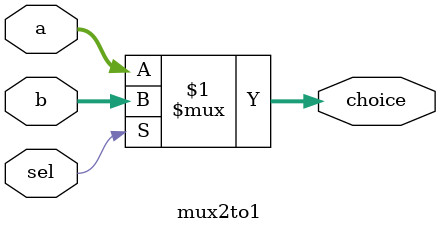
<source format=v>
module mux2to1(
    input [7:0] a, 
    input [7:0] b,
    input sel,
    output [7:0] choice
);

assign choice = sel ? b : a;

endmodule
</source>
